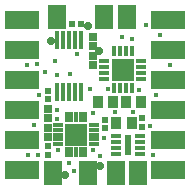
<source format=gts>
G04*
G04 #@! TF.GenerationSoftware,Altium Limited,Altium Designer,22.2.1 (43)*
G04*
G04 Layer_Color=8388736*
%FSLAX44Y44*%
%MOMM*%
G71*
G04*
G04 #@! TF.SameCoordinates,55AAE711-CEB4-47FC-94B9-92884521197F*
G04*
G04*
G04 #@! TF.FilePolarity,Negative*
G04*
G01*
G75*
%ADD25R,2.9100X1.6100*%
%ADD26R,0.4100X1.5100*%
%ADD27R,0.5600X1.7100*%
%ADD28R,0.8600X0.4100*%
%ADD29R,1.9100X1.9100*%
%ADD30R,0.9100X0.3100*%
%ADD31R,0.3100X0.9100*%
%ADD32R,0.5600X0.6100*%
%ADD33R,1.6100X2.1100*%
%ADD34R,0.6500X0.6900*%
%ADD35R,0.9600X1.0100*%
%ADD36R,0.3500X0.9600*%
%ADD37R,0.9600X0.3500*%
%ADD38R,0.6100X0.5600*%
%ADD39C,0.4100*%
%ADD40C,0.7100*%
D25*
X14000Y12500D02*
D03*
Y37900D02*
D03*
Y63300D02*
D03*
Y88700D02*
D03*
Y114100D02*
D03*
Y139500D02*
D03*
X138000D02*
D03*
Y114100D02*
D03*
Y88700D02*
D03*
Y63300D02*
D03*
Y37900D02*
D03*
Y12500D02*
D03*
D26*
X64000Y123000D02*
D03*
X59000D02*
D03*
X54000D02*
D03*
X49000D02*
D03*
X44000D02*
D03*
Y79000D02*
D03*
X49000D02*
D03*
X54000D02*
D03*
X59000D02*
D03*
X64000D02*
D03*
D27*
X104000Y33500D02*
D03*
D28*
X114250Y41000D02*
D03*
Y36000D02*
D03*
Y31000D02*
D03*
Y26000D02*
D03*
X93750D02*
D03*
Y31000D02*
D03*
Y36000D02*
D03*
Y41000D02*
D03*
D29*
X60000Y42500D02*
D03*
X99500Y97500D02*
D03*
D30*
X45000Y34500D02*
D03*
Y38500D02*
D03*
Y42500D02*
D03*
Y46500D02*
D03*
Y50500D02*
D03*
X75000D02*
D03*
Y46500D02*
D03*
Y42500D02*
D03*
Y38500D02*
D03*
Y34500D02*
D03*
D31*
X52000Y57500D02*
D03*
X56000D02*
D03*
X60000D02*
D03*
X64000D02*
D03*
X68000D02*
D03*
Y27500D02*
D03*
X64000D02*
D03*
X60000D02*
D03*
X56000D02*
D03*
X52000D02*
D03*
D32*
X36000Y72250D02*
D03*
Y79750D02*
D03*
Y25250D02*
D03*
Y32750D02*
D03*
X84500Y55250D02*
D03*
Y47750D02*
D03*
X116000Y56250D02*
D03*
Y48750D02*
D03*
D33*
X70500Y10000D02*
D03*
X40500D02*
D03*
X112500D02*
D03*
X93500D02*
D03*
X44000Y142000D02*
D03*
X83500D02*
D03*
X103500D02*
D03*
D34*
X36000Y48400D02*
D03*
Y40600D02*
D03*
Y64400D02*
D03*
Y56600D02*
D03*
X74500Y125400D02*
D03*
Y117600D02*
D03*
Y101600D02*
D03*
Y109400D02*
D03*
D35*
X102000Y70500D02*
D03*
X115000D02*
D03*
X94000Y52500D02*
D03*
X107000D02*
D03*
X91500Y70500D02*
D03*
X78500D02*
D03*
D36*
X92000Y81750D02*
D03*
X97000D02*
D03*
X102000D02*
D03*
X107000D02*
D03*
Y113250D02*
D03*
X102000D02*
D03*
X97000D02*
D03*
X92000D02*
D03*
D37*
X115250Y90000D02*
D03*
Y95000D02*
D03*
Y100000D02*
D03*
Y105000D02*
D03*
X83750D02*
D03*
Y100000D02*
D03*
Y95000D02*
D03*
Y90000D02*
D03*
D38*
X56750Y136000D02*
D03*
X64250D02*
D03*
D39*
X27000Y102000D02*
D03*
X18500Y101500D02*
D03*
X28500Y76000D02*
D03*
X34000Y95500D02*
D03*
X42500Y105000D02*
D03*
X54500Y94000D02*
D03*
X43500Y93000D02*
D03*
X71500Y81500D02*
D03*
X122450Y50154D02*
D03*
X43700Y55500D02*
D03*
X80500Y24500D02*
D03*
X74000Y29500D02*
D03*
X87000Y81000D02*
D03*
X128000Y76000D02*
D03*
X61000Y110500D02*
D03*
X24500Y51000D02*
D03*
X98544Y124794D02*
D03*
X113500Y80500D02*
D03*
X139500Y101500D02*
D03*
X104000Y34000D02*
D03*
X131000Y127000D02*
D03*
X119000Y135000D02*
D03*
X74500Y60500D02*
D03*
X43700Y63500D02*
D03*
X125500Y25000D02*
D03*
X108500Y61500D02*
D03*
X54000Y18500D02*
D03*
X58000Y11500D02*
D03*
X84000Y40000D02*
D03*
X60000Y42500D02*
D03*
X93000Y61500D02*
D03*
X19000Y25000D02*
D03*
X45000Y29500D02*
D03*
X27500Y25000D02*
D03*
X99500Y97500D02*
D03*
X107000Y123500D02*
D03*
D40*
X39000Y122000D02*
D03*
X70500Y134750D02*
D03*
X80500Y16000D02*
D03*
X79500Y113500D02*
D03*
X50806Y8000D02*
D03*
M02*

</source>
